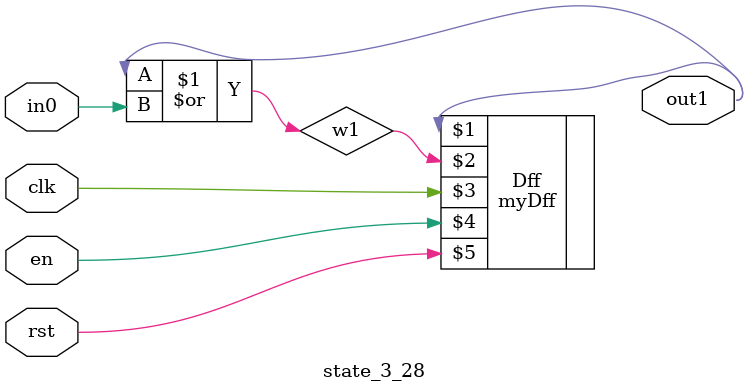
<source format=v>
module engine_3(out,clk,sod,en, in_3_0, in_3_2, in_3_3, in_3_5, in_3_6, in_3_7, in_3_10, in_3_11, in_3_12, in_3_13, in_3_15, in_3_18);
//pcre: /S°r°v°I°n°f°o°F°e°a°r°l°e°s°s°\s+°L°i°t°e°\s+°S°e°r°v°e°r/smi
//block char: a[0], v[2], n[3], e[5], \x20[6], S[7], r[10], o[11], t[12], f[13], l[15], I[18], 

	input clk,sod,en;

	input in_3_0, in_3_2, in_3_3, in_3_5, in_3_6, in_3_7, in_3_10, in_3_11, in_3_12, in_3_13, in_3_15, in_3_18;
	output out;


	state_3_0 St_0 (y1,1'b0,clk,en,sod);
	assign w0 = ~y1;
	state_3_1 BS_3_1 (w1,in_3_7,clk,en,sod,w0);
	state_3_2 BS_3_2 (w2,in_3_10,clk,en,sod,w1);
	state_3_3 BS_3_3 (w3,in_3_2,clk,en,sod,w2);
	state_3_4 BS_3_4 (w4,in_3_18,clk,en,sod,w3);
	state_3_5 BS_3_5 (w5,in_3_3,clk,en,sod,w4);
	state_3_6 BS_3_6 (w6,in_3_13,clk,en,sod,w5);
	state_3_7 BS_3_7 (w7,in_3_11,clk,en,sod,w6);
	state_3_8 BS_3_8 (w8,in_3_13,clk,en,sod,w7);
	state_3_9 BS_3_9 (w9,in_3_5,clk,en,sod,w8);
	state_3_10 BS_3_10 (w10,in_3_0,clk,en,sod,w9);
	state_3_11 BS_3_11 (w11,in_3_10,clk,en,sod,w10);
	state_3_12 BS_3_12 (w12,in_3_15,clk,en,sod,w11);
	state_3_13 BS_3_13 (w13,in_3_5,clk,en,sod,w12);
	state_3_14 BS_3_14 (w14,in_3_7,clk,en,sod,w13);
	state_3_15 BS_3_15 (w15,in_3_7,clk,en,sod,w14);
	state_3_16 BS_3_16 (w16,in_3_6,clk,en,sod,w16,w15);
	state_3_17 BS_3_17 (w17,in_3_15,clk,en,sod,w16);
	state_3_18 BS_3_18 (w18,in_3_18,clk,en,sod,w17);
	state_3_19 BS_3_19 (w19,in_3_12,clk,en,sod,w18);
	state_3_20 BS_3_20 (w20,in_3_5,clk,en,sod,w19);
	state_3_21 BS_3_21 (w21,in_3_6,clk,en,sod,w21,w20);
	state_3_22 BS_3_22 (w22,in_3_7,clk,en,sod,w21);
	state_3_23 BS_3_23 (w23,in_3_5,clk,en,sod,w22);
	state_3_24 BS_3_24 (w24,in_3_10,clk,en,sod,w23);
	state_3_25 BS_3_25 (w25,in_3_2,clk,en,sod,w24);
	state_3_26 BS_3_26 (w26,in_3_5,clk,en,sod,w25);
	state_3_27 BS_3_27 (w27,in_3_10,clk,en,sod,w26);
	state_3_28 BS_3_28 (out,clk,en,sod,w27);
endmodule

module state_3_0(out1,in1,clk,en,rst);
	input in1,clk,rst,en;
	output out1;
	myDff Dff (out1,in1,clk,en,rst);
endmodule

module state_3_1(out1,in_char,clk,en,rst,in0);
	input in_char,clk,en,rst,in0;
	output out1;
	wire w1,w2;
	assign w1 = in0; 
	and(w2,in_char,w1);
	myDff Dff (out1,w2,clk,en,rst);
endmodule

module state_3_2(out1,in_char,clk,en,rst,in0);
	input in_char,clk,en,rst,in0;
	output out1;
	wire w1,w2;
	assign w1 = in0; 
	and(w2,in_char,w1);
	myDff Dff (out1,w2,clk,en,rst);
endmodule

module state_3_3(out1,in_char,clk,en,rst,in0);
	input in_char,clk,en,rst,in0;
	output out1;
	wire w1,w2;
	assign w1 = in0; 
	and(w2,in_char,w1);
	myDff Dff (out1,w2,clk,en,rst);
endmodule

module state_3_4(out1,in_char,clk,en,rst,in0);
	input in_char,clk,en,rst,in0;
	output out1;
	wire w1,w2;
	assign w1 = in0; 
	and(w2,in_char,w1);
	myDff Dff (out1,w2,clk,en,rst);
endmodule

module state_3_5(out1,in_char,clk,en,rst,in0);
	input in_char,clk,en,rst,in0;
	output out1;
	wire w1,w2;
	assign w1 = in0; 
	and(w2,in_char,w1);
	myDff Dff (out1,w2,clk,en,rst);
endmodule

module state_3_6(out1,in_char,clk,en,rst,in0);
	input in_char,clk,en,rst,in0;
	output out1;
	wire w1,w2;
	assign w1 = in0; 
	and(w2,in_char,w1);
	myDff Dff (out1,w2,clk,en,rst);
endmodule

module state_3_7(out1,in_char,clk,en,rst,in0);
	input in_char,clk,en,rst,in0;
	output out1;
	wire w1,w2;
	assign w1 = in0; 
	and(w2,in_char,w1);
	myDff Dff (out1,w2,clk,en,rst);
endmodule

module state_3_8(out1,in_char,clk,en,rst,in0);
	input in_char,clk,en,rst,in0;
	output out1;
	wire w1,w2;
	assign w1 = in0; 
	and(w2,in_char,w1);
	myDff Dff (out1,w2,clk,en,rst);
endmodule

module state_3_9(out1,in_char,clk,en,rst,in0);
	input in_char,clk,en,rst,in0;
	output out1;
	wire w1,w2;
	assign w1 = in0; 
	and(w2,in_char,w1);
	myDff Dff (out1,w2,clk,en,rst);
endmodule

module state_3_10(out1,in_char,clk,en,rst,in0);
	input in_char,clk,en,rst,in0;
	output out1;
	wire w1,w2;
	assign w1 = in0; 
	and(w2,in_char,w1);
	myDff Dff (out1,w2,clk,en,rst);
endmodule

module state_3_11(out1,in_char,clk,en,rst,in0);
	input in_char,clk,en,rst,in0;
	output out1;
	wire w1,w2;
	assign w1 = in0; 
	and(w2,in_char,w1);
	myDff Dff (out1,w2,clk,en,rst);
endmodule

module state_3_12(out1,in_char,clk,en,rst,in0);
	input in_char,clk,en,rst,in0;
	output out1;
	wire w1,w2;
	assign w1 = in0; 
	and(w2,in_char,w1);
	myDff Dff (out1,w2,clk,en,rst);
endmodule

module state_3_13(out1,in_char,clk,en,rst,in0);
	input in_char,clk,en,rst,in0;
	output out1;
	wire w1,w2;
	assign w1 = in0; 
	and(w2,in_char,w1);
	myDff Dff (out1,w2,clk,en,rst);
endmodule

module state_3_14(out1,in_char,clk,en,rst,in0);
	input in_char,clk,en,rst,in0;
	output out1;
	wire w1,w2;
	assign w1 = in0; 
	and(w2,in_char,w1);
	myDff Dff (out1,w2,clk,en,rst);
endmodule

module state_3_15(out1,in_char,clk,en,rst,in0);
	input in_char,clk,en,rst,in0;
	output out1;
	wire w1,w2;
	assign w1 = in0; 
	and(w2,in_char,w1);
	myDff Dff (out1,w2,clk,en,rst);
endmodule

module state_3_16(out1,in_char,clk,en,rst,in0,in1);
	input in_char,clk,en,rst,in0,in1;
	output out1;
	wire w1,w2;
	or(w1,in0,in1);
	and(w2,in_char,w1);
	myDff Dff (out1,w2,clk,en,rst);
endmodule

module state_3_17(out1,in_char,clk,en,rst,in0);
	input in_char,clk,en,rst,in0;
	output out1;
	wire w1,w2;
	assign w1 = in0; 
	and(w2,in_char,w1);
	myDff Dff (out1,w2,clk,en,rst);
endmodule

module state_3_18(out1,in_char,clk,en,rst,in0);
	input in_char,clk,en,rst,in0;
	output out1;
	wire w1,w2;
	assign w1 = in0; 
	and(w2,in_char,w1);
	myDff Dff (out1,w2,clk,en,rst);
endmodule

module state_3_19(out1,in_char,clk,en,rst,in0);
	input in_char,clk,en,rst,in0;
	output out1;
	wire w1,w2;
	assign w1 = in0; 
	and(w2,in_char,w1);
	myDff Dff (out1,w2,clk,en,rst);
endmodule

module state_3_20(out1,in_char,clk,en,rst,in0);
	input in_char,clk,en,rst,in0;
	output out1;
	wire w1,w2;
	assign w1 = in0; 
	and(w2,in_char,w1);
	myDff Dff (out1,w2,clk,en,rst);
endmodule

module state_3_21(out1,in_char,clk,en,rst,in0,in1);
	input in_char,clk,en,rst,in0,in1;
	output out1;
	wire w1,w2;
	or(w1,in0,in1);
	and(w2,in_char,w1);
	myDff Dff (out1,w2,clk,en,rst);
endmodule

module state_3_22(out1,in_char,clk,en,rst,in0);
	input in_char,clk,en,rst,in0;
	output out1;
	wire w1,w2;
	assign w1 = in0; 
	and(w2,in_char,w1);
	myDff Dff (out1,w2,clk,en,rst);
endmodule

module state_3_23(out1,in_char,clk,en,rst,in0);
	input in_char,clk,en,rst,in0;
	output out1;
	wire w1,w2;
	assign w1 = in0; 
	and(w2,in_char,w1);
	myDff Dff (out1,w2,clk,en,rst);
endmodule

module state_3_24(out1,in_char,clk,en,rst,in0);
	input in_char,clk,en,rst,in0;
	output out1;
	wire w1,w2;
	assign w1 = in0; 
	and(w2,in_char,w1);
	myDff Dff (out1,w2,clk,en,rst);
endmodule

module state_3_25(out1,in_char,clk,en,rst,in0);
	input in_char,clk,en,rst,in0;
	output out1;
	wire w1,w2;
	assign w1 = in0; 
	and(w2,in_char,w1);
	myDff Dff (out1,w2,clk,en,rst);
endmodule

module state_3_26(out1,in_char,clk,en,rst,in0);
	input in_char,clk,en,rst,in0;
	output out1;
	wire w1,w2;
	assign w1 = in0; 
	and(w2,in_char,w1);
	myDff Dff (out1,w2,clk,en,rst);
endmodule

module state_3_27(out1,in_char,clk,en,rst,in0);
	input in_char,clk,en,rst,in0;
	output out1;
	wire w1,w2;
	assign w1 = in0; 
	and(w2,in_char,w1);
	myDff Dff (out1,w2,clk,en,rst);
endmodule

module state_3_28(out1,clk,en,rst,in0);
	input clk,rst,en,in0;
	output out1;
	wire w1;
	or(w1,out1,in0);
	myDff Dff (out1,w1,clk,en,rst);
endmodule


</source>
